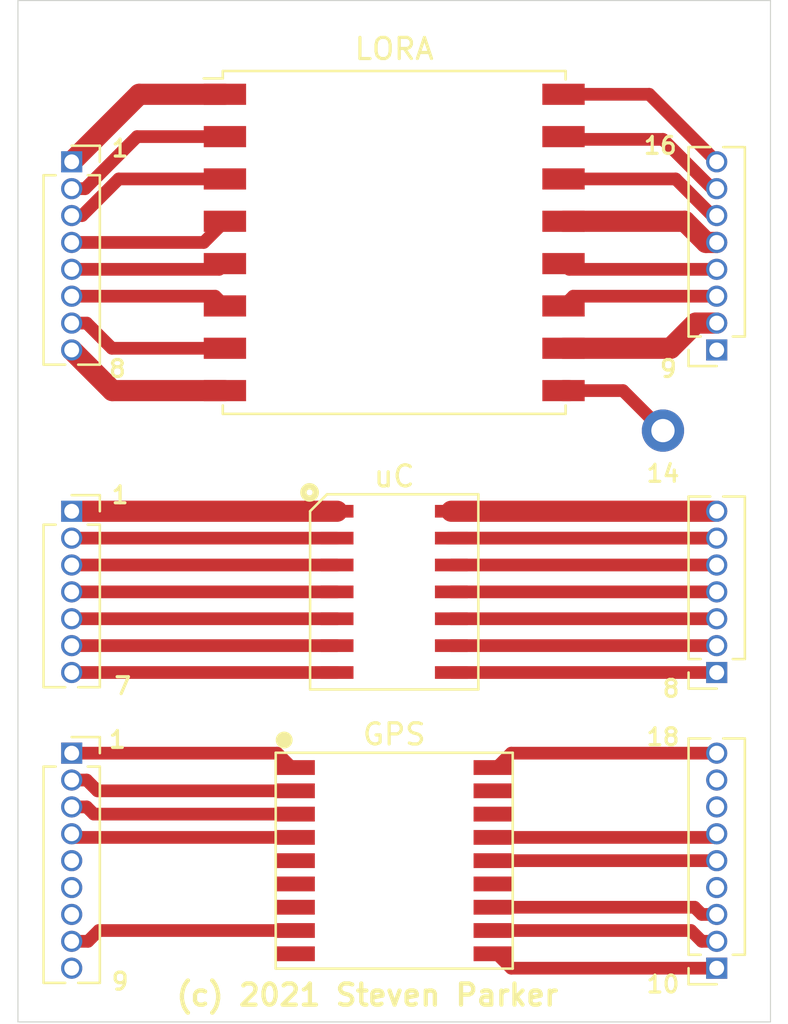
<source format=kicad_pcb>
(kicad_pcb (version 20171130) (host pcbnew "(5.1.10)-1")

  (general
    (thickness 1.6)
    (drawings 17)
    (tracks 83)
    (zones 0)
    (modules 9)
    (nets 56)
  )

  (page A4)
  (layers
    (0 F.Cu signal)
    (31 B.Cu signal)
    (33 F.Adhes user)
    (35 F.Paste user)
    (37 F.SilkS user)
    (38 B.Mask user)
    (39 F.Mask user)
    (40 Dwgs.User user)
    (41 Cmts.User user)
    (42 Eco1.User user)
    (43 Eco2.User user)
    (44 Edge.Cuts user)
    (45 Margin user)
    (46 B.CrtYd user)
    (47 F.CrtYd user)
    (49 F.Fab user hide)
  )

  (setup
    (last_trace_width 0.6)
    (user_trace_width 0.4)
    (user_trace_width 0.5)
    (user_trace_width 0.6)
    (user_trace_width 1)
    (trace_clearance 0.2)
    (zone_clearance 0.508)
    (zone_45_only no)
    (trace_min 0.6)
    (via_size 0.8)
    (via_drill 0.4)
    (via_min_size 0.3)
    (via_min_drill 0.3)
    (user_via 0.8 0.3)
    (uvia_size 0.3)
    (uvia_drill 0.1)
    (uvias_allowed no)
    (uvia_min_size 0.2)
    (uvia_min_drill 0.1)
    (edge_width 0.05)
    (segment_width 0.2)
    (pcb_text_width 0.3)
    (pcb_text_size 1.5 1.5)
    (mod_edge_width 0.12)
    (mod_text_size 1 1)
    (mod_text_width 0.15)
    (pad_size 2 1)
    (pad_drill 0)
    (pad_to_mask_clearance 0)
    (aux_axis_origin 0 0)
    (visible_elements FFFFF77F)
    (pcbplotparams
      (layerselection 0x010e8_ffffffff)
      (usegerberextensions false)
      (usegerberattributes true)
      (usegerberadvancedattributes true)
      (creategerberjobfile true)
      (excludeedgelayer true)
      (linewidth 0.100000)
      (plotframeref false)
      (viasonmask false)
      (mode 1)
      (useauxorigin false)
      (hpglpennumber 1)
      (hpglpenspeed 20)
      (hpglpendiameter 15.000000)
      (psnegative false)
      (psa4output false)
      (plotreference true)
      (plotvalue true)
      (plotinvisibletext false)
      (padsonsilk false)
      (subtractmaskfromsilk false)
      (outputformat 1)
      (mirror false)
      (drillshape 0)
      (scaleselection 1)
      (outputdirectory ""))
  )

  (net 0 "")
  (net 1 LORA_GND_2)
  (net 2 LORA_DIO5)
  (net 3 LORA_RESET)
  (net 4 LORA_NSS)
  (net 5 LORA_SCK)
  (net 6 LORA_MOSI)
  (net 7 LORA_MISO)
  (net 8 LORA_GND_1)
  (net 9 LORA_DIO2)
  (net 10 LORA_DIO1)
  (net 11 LORA_DIO0)
  (net 12 LORA_3.3V)
  (net 13 LORA_DIO4)
  (net 14 LORA_DIO3)
  (net 15 LORA_GND_3)
  (net 16 LORA_ANT)
  (net 17 PIC_RC3)
  (net 18 PIC_RC4)
  (net 19 PIC_RC5)
  (net 20 PIC_RA3)
  (net 21 PIC_RA4)
  (net 22 PIC_RA5)
  (net 23 PIC_VDD)
  (net 24 PIC_VSS)
  (net 25 PIC_RA0)
  (net 26 PIC_RA1)
  (net 27 PIC_RA2)
  (net 28 PIC_RC0)
  (net 29 PIC_RC1)
  (net 30 PIC_RC2)
  (net 31 "Net-(J5-Pad9)")
  (net 32 YIC_VCC_3.3V)
  (net 33 "Net-(J5-Pad7)")
  (net 34 "Net-(J5-Pad6)")
  (net 35 "Net-(J5-Pad5)")
  (net 36 YIC_PPS)
  (net 37 YIC_RXD)
  (net 38 YIC_TXD)
  (net 39 YIC_GND_1)
  (net 40 YIC_GND_5)
  (net 41 "Net-(J6-Pad8)")
  (net 42 "Net-(J6-Pad7)")
  (net 43 YIC_GND_4)
  (net 44 YIC_VCC_RF)
  (net 45 "Net-(J6-Pad4)")
  (net 46 YIC_GND_3)
  (net 47 YIC_RF_IN)
  (net 48 YIC_GND_2)
  (net 49 "Net-(U3-Pad13)")
  (net 50 "Net-(U3-Pad16)")
  (net 51 "Net-(U3-Pad17)")
  (net 52 "Net-(U3-Pad9)")
  (net 53 "Net-(U3-Pad7)")
  (net 54 "Net-(U3-Pad6)")
  (net 55 "Net-(U3-Pad5)")

  (net_class Default "This is the default net class."
    (clearance 0.2)
    (trace_width 0.6)
    (via_dia 0.8)
    (via_drill 0.4)
    (uvia_dia 0.3)
    (uvia_drill 0.1)
    (diff_pair_width 0.3)
    (diff_pair_gap 0.25)
    (add_net LORA_3.3V)
    (add_net LORA_ANT)
    (add_net LORA_DIO0)
    (add_net LORA_DIO1)
    (add_net LORA_DIO2)
    (add_net LORA_DIO3)
    (add_net LORA_DIO4)
    (add_net LORA_DIO5)
    (add_net LORA_GND_1)
    (add_net LORA_GND_2)
    (add_net LORA_GND_3)
    (add_net LORA_MISO)
    (add_net LORA_MOSI)
    (add_net LORA_NSS)
    (add_net LORA_RESET)
    (add_net LORA_SCK)
    (add_net "Net-(J5-Pad5)")
    (add_net "Net-(J5-Pad6)")
    (add_net "Net-(J5-Pad7)")
    (add_net "Net-(J5-Pad9)")
    (add_net "Net-(J6-Pad4)")
    (add_net "Net-(J6-Pad7)")
    (add_net "Net-(J6-Pad8)")
    (add_net "Net-(U3-Pad13)")
    (add_net "Net-(U3-Pad16)")
    (add_net "Net-(U3-Pad17)")
    (add_net "Net-(U3-Pad5)")
    (add_net "Net-(U3-Pad6)")
    (add_net "Net-(U3-Pad7)")
    (add_net "Net-(U3-Pad9)")
    (add_net PIC_RA0)
    (add_net PIC_RA1)
    (add_net PIC_RA2)
    (add_net PIC_RA3)
    (add_net PIC_RA4)
    (add_net PIC_RA5)
    (add_net PIC_RC0)
    (add_net PIC_RC1)
    (add_net PIC_RC2)
    (add_net PIC_RC3)
    (add_net PIC_RC4)
    (add_net PIC_RC5)
    (add_net PIC_VDD)
    (add_net PIC_VSS)
    (add_net YIC_GND_1)
    (add_net YIC_GND_2)
    (add_net YIC_GND_3)
    (add_net YIC_GND_4)
    (add_net YIC_GND_5)
    (add_net YIC_PPS)
    (add_net YIC_RF_IN)
    (add_net YIC_RXD)
    (add_net YIC_TXD)
    (add_net YIC_VCC_3.3V)
    (add_net YIC_VCC_RF)
  )

  (module ats-remote:YIC71009EBGG-19STAMP (layer F.Cu) (tedit 61C44E5D) (tstamp 61C494AA)
    (at 157.48 115.57 270)
    (path /61C5EB6A)
    (fp_text reference GPS (at -5.969 0) (layer F.SilkS)
      (effects (font (size 1 1) (thickness 0.15)))
    )
    (fp_text value YIC71009EBGG (at 6.096 -0.127) (layer F.Fab)
      (effects (font (size 1 1) (thickness 0.15)))
    )
    (fp_arc (start -5 0) (end -5 0.6) (angle -180) (layer F.Fab) (width 0.12))
    (fp_line (start -5.05 -4.85) (end 5.05 -4.85) (layer F.Fab) (width 0.12))
    (fp_line (start -5.05 4.85) (end 5.05 4.85) (layer F.Fab) (width 0.12))
    (fp_line (start -5.05 -4.85) (end -5.05 4.85) (layer F.Fab) (width 0.12))
    (fp_line (start 5.05 -4.85) (end 5.05 4.85) (layer F.Fab) (width 0.12))
    (fp_line (start 5.1 -5.6) (end -5.1 -5.6) (layer F.SilkS) (width 0.12))
    (fp_line (start -5.1 -5.6) (end -5.1 4.9) (layer F.SilkS) (width 0.12))
    (fp_line (start -4.8 5.6) (end 5.1 5.6) (layer F.SilkS) (width 0.12))
    (fp_line (start 5.1 5.6) (end 5.1 -5.6) (layer F.SilkS) (width 0.12))
    (fp_line (start -5.1 4.9) (end -5.1 5.6) (layer F.SilkS) (width 0.12))
    (fp_line (start -5.1 5.6) (end -4.8 5.6) (layer F.SilkS) (width 0.12))
    (fp_circle (center -5.7 5.2) (end -5.5 5.2) (layer F.SilkS) (width 0.4))
    (pad 10 smd rect (at 4.4 -4.85 270) (size 0.7 1.8) (drill (offset 0 0.2)) (layers F.Cu F.Paste F.Mask)
      (net 48 YIC_GND_2))
    (pad 11 smd rect (at 3.3 -4.85 270) (size 0.7 1.8) (drill (offset 0 0.2)) (layers F.Cu F.Paste F.Mask)
      (net 47 YIC_RF_IN))
    (pad 12 smd rect (at 2.2 -4.85 270) (size 0.7 1.8) (drill (offset 0 0.2)) (layers F.Cu F.Paste F.Mask)
      (net 46 YIC_GND_3))
    (pad 13 smd rect (at 1.1 -4.85 270) (size 0.7 1.8) (drill (offset 0 0.2)) (layers F.Cu F.Paste F.Mask)
      (net 49 "Net-(U3-Pad13)"))
    (pad 14 smd rect (at 0 -4.85 270) (size 0.7 1.8) (drill (offset 0 0.2)) (layers F.Cu F.Paste F.Mask)
      (net 44 YIC_VCC_RF))
    (pad 15 smd rect (at -1.1 -4.85 270) (size 0.7 1.8) (drill (offset 0 0.2)) (layers F.Cu F.Paste F.Mask)
      (net 43 YIC_GND_4))
    (pad 16 smd rect (at -2.2 -4.85 270) (size 0.7 1.8) (drill (offset 0 0.2)) (layers F.Cu F.Paste F.Mask)
      (net 50 "Net-(U3-Pad16)"))
    (pad 17 smd rect (at -3.3 -4.85 270) (size 0.7 1.8) (drill (offset 0 0.2)) (layers F.Cu F.Paste F.Mask)
      (net 51 "Net-(U3-Pad17)"))
    (pad 18 smd rect (at -4.4 -4.85 270) (size 0.7 1.8) (drill (offset 0 0.2)) (layers F.Cu F.Paste F.Mask)
      (net 40 YIC_GND_5))
    (pad 9 smd rect (at 4.4 4.85 270) (size 0.7 1.8) (drill (offset 0 -0.2)) (layers F.Cu F.Paste F.Mask)
      (net 52 "Net-(U3-Pad9)"))
    (pad 8 smd rect (at 3.3 4.85 270) (size 0.7 1.8) (drill (offset 0 -0.2)) (layers F.Cu F.Paste F.Mask)
      (net 32 YIC_VCC_3.3V))
    (pad 7 smd rect (at 2.2 4.85 270) (size 0.7 1.8) (drill (offset 0 -0.2)) (layers F.Cu F.Paste F.Mask)
      (net 53 "Net-(U3-Pad7)"))
    (pad 6 smd rect (at 1.1 4.85 270) (size 0.7 1.8) (drill (offset 0 -0.2)) (layers F.Cu F.Paste F.Mask)
      (net 54 "Net-(U3-Pad6)"))
    (pad 5 smd rect (at 0 4.85 270) (size 0.7 1.8) (drill (offset 0 -0.2)) (layers F.Cu F.Paste F.Mask)
      (net 55 "Net-(U3-Pad5)"))
    (pad 4 smd rect (at -1.1 4.85 270) (size 0.7 1.8) (drill (offset 0 -0.2)) (layers F.Cu F.Paste F.Mask)
      (net 36 YIC_PPS))
    (pad 3 smd rect (at -2.2 4.85 270) (size 0.7 1.8) (drill (offset 0 -0.2)) (layers F.Cu F.Paste F.Mask)
      (net 37 YIC_RXD))
    (pad 2 smd rect (at -3.3 4.85 270) (size 0.7 1.8) (drill (offset 0 -0.2)) (layers F.Cu F.Paste F.Mask)
      (net 38 YIC_TXD))
    (pad 1 smd rect (at -4.4 4.85 270) (size 0.7 1.8) (drill (offset 0 -0.2)) (layers F.Cu F.Paste F.Mask)
      (net 39 YIC_GND_1))
  )

  (module ats-remote:PIC18F06Q40-SOIC14 (layer F.Cu) (tedit 61C43017) (tstamp 61C49488)
    (at 157.48 102.87 270)
    (path /61C47B82)
    (attr smd)
    (fp_text reference uC (at -5.461 0) (layer F.SilkS)
      (effects (font (size 1 1) (thickness 0.15)))
    )
    (fp_text value PIC18F06Q40 (at 5.334 0 180) (layer F.Fab)
      (effects (font (size 1 1) (thickness 0.15)))
    )
    (fp_line (start -4.36 3.73) (end -4.36 -3.73) (layer F.CrtYd) (width 0.05))
    (fp_line (start 4.36 3.73) (end -4.36 3.73) (layer F.CrtYd) (width 0.05))
    (fp_line (start 4.36 -3.73) (end 4.36 3.73) (layer F.CrtYd) (width 0.05))
    (fp_line (start -4.36 -3.73) (end 4.36 -3.73) (layer F.CrtYd) (width 0.05))
    (fp_line (start 4.61 3.975) (end -3.81 3.975) (layer F.SilkS) (width 0.12))
    (fp_line (start 4.61 -3.975) (end 4.61 3.975) (layer F.SilkS) (width 0.12))
    (fp_line (start -4.61 -3.975) (end 4.61 -3.975) (layer F.SilkS) (width 0.12))
    (fp_line (start -4.61 3.175) (end -4.61 -3.975) (layer F.SilkS) (width 0.12))
    (fp_line (start -3.81 3.975) (end -4.61 3.175) (layer F.SilkS) (width 0.12))
    (fp_circle (center -4.7 4) (end -4.558579 4) (layer F.SilkS) (width 0.3))
    (pad 7 smd rect (at 3.81 2.7 270) (size 0.6 1.55) (layers F.Cu F.Paste F.Mask)
      (net 17 PIC_RC3))
    (pad 8 smd rect (at 3.81 -2.7 270) (size 0.6 1.55) (layers F.Cu F.Paste F.Mask)
      (net 30 PIC_RC2))
    (pad 6 smd rect (at 2.54 2.7 270) (size 0.6 1.55) (layers F.Cu F.Paste F.Mask)
      (net 18 PIC_RC4))
    (pad 9 smd rect (at 2.54 -2.7 270) (size 0.6 1.55) (layers F.Cu F.Paste F.Mask)
      (net 29 PIC_RC1))
    (pad 5 smd rect (at 1.27 2.7 270) (size 0.6 1.55) (layers F.Cu F.Paste F.Mask)
      (net 19 PIC_RC5))
    (pad 10 smd rect (at 1.27 -2.7 270) (size 0.6 1.55) (layers F.Cu F.Paste F.Mask)
      (net 28 PIC_RC0))
    (pad 4 smd rect (at 0 2.7 270) (size 0.6 1.55) (layers F.Cu F.Paste F.Mask)
      (net 20 PIC_RA3))
    (pad 11 smd rect (at 0 -2.7 270) (size 0.6 1.55) (layers F.Cu F.Paste F.Mask)
      (net 27 PIC_RA2))
    (pad 3 smd rect (at -1.27 2.7 270) (size 0.6 1.55) (layers F.Cu F.Paste F.Mask)
      (net 21 PIC_RA4))
    (pad 12 smd rect (at -1.27 -2.7 270) (size 0.6 1.55) (layers F.Cu F.Paste F.Mask)
      (net 26 PIC_RA1))
    (pad 2 smd rect (at -2.54 2.7 270) (size 0.6 1.55) (layers F.Cu F.Paste F.Mask)
      (net 22 PIC_RA5))
    (pad 13 smd rect (at -2.54 -2.7 270) (size 0.6 1.55) (layers F.Cu F.Paste F.Mask)
      (net 25 PIC_RA0))
    (pad 1 smd rect (at -3.81 2.7 270) (size 0.6 1.55) (layers F.Cu F.Paste F.Mask)
      (net 23 PIC_VDD))
    (pad 14 smd rect (at -3.81 -2.7 270) (size 0.6 1.55) (layers F.Cu F.Paste F.Mask)
      (net 24 PIC_VSS))
  )

  (module RF_Module:HOPERF_RFM9XW_SMD (layer F.Cu) (tedit 61C4A76B) (tstamp 61C4946C)
    (at 157.48 86.36)
    (descr "Low Power Long Range Transceiver Module SMD-16 (https://www.hoperf.com/data/upload/portal/20181127/5bfcbea20e9ef.pdf)")
    (tags "LoRa Low Power Long Range Transceiver Module")
    (path /61C41519)
    (attr smd)
    (fp_text reference LORA (at 0 -9.144) (layer F.SilkS)
      (effects (font (size 1 1) (thickness 0.15)))
    )
    (fp_text value RFM95W-915S2 (at 0 6.35) (layer F.Fab)
      (effects (font (size 1 1) (thickness 0.15)))
    )
    (fp_text user %R (at 0 0) (layer F.Fab)
      (effects (font (size 1 1) (thickness 0.15)))
    )
    (fp_line (start -7 -8) (end 8 -8) (layer F.Fab) (width 0.1))
    (fp_line (start 8 8) (end 8 -8) (layer F.Fab) (width 0.1))
    (fp_line (start -8 8) (end 8 8) (layer F.Fab) (width 0.1))
    (fp_line (start -8 8) (end -8 -7) (layer F.Fab) (width 0.1))
    (fp_line (start -9.25 -8.25) (end 9.25 -8.25) (layer F.CrtYd) (width 0.05))
    (fp_line (start 9.25 -8.25) (end 9.25 8.25) (layer F.CrtYd) (width 0.05))
    (fp_line (start -9.25 8.25) (end 9.25 8.25) (layer F.CrtYd) (width 0.05))
    (fp_line (start -9.25 8.25) (end -9.25 -8.25) (layer F.CrtYd) (width 0.05))
    (fp_line (start -8.1 -8.1) (end 8.1 -8.1) (layer F.SilkS) (width 0.12))
    (fp_line (start 8.1 -8.1) (end 8.1 -7.7) (layer F.SilkS) (width 0.12))
    (fp_line (start -8.1 7.7) (end -8.1 8.1) (layer F.SilkS) (width 0.12))
    (fp_line (start -8.1 8.1) (end 8.1 8.1) (layer F.SilkS) (width 0.12))
    (fp_line (start 8.1 8.1) (end 8.1 7.7) (layer F.SilkS) (width 0.12))
    (fp_line (start -8.1 -8.1) (end -8.1 -7.75) (layer F.SilkS) (width 0.12))
    (fp_line (start -8.1 -7.75) (end -9 -7.75) (layer F.SilkS) (width 0.12))
    (fp_line (start -7 -8) (end -8 -7) (layer F.Fab) (width 0.1))
    (pad 16 smd rect (at 8 -7) (size 2 1) (layers F.Cu F.Paste F.Mask)
      (net 9 LORA_DIO2))
    (pad 15 smd rect (at 8 -5) (size 2 1) (layers F.Cu F.Paste F.Mask)
      (net 10 LORA_DIO1))
    (pad 14 smd rect (at 8 -3) (size 2 1) (layers F.Cu F.Paste F.Mask)
      (net 11 LORA_DIO0))
    (pad 13 smd rect (at 8 -1) (size 2 1) (layers F.Cu F.Paste F.Mask)
      (net 12 LORA_3.3V))
    (pad 12 smd rect (at 8 1) (size 2 1) (layers F.Cu F.Paste F.Mask)
      (net 13 LORA_DIO4))
    (pad 11 smd rect (at 8 3) (size 2 1) (layers F.Cu F.Paste F.Mask)
      (net 14 LORA_DIO3))
    (pad 10 smd rect (at 8 5) (size 2 1) (layers F.Cu F.Paste F.Mask)
      (net 15 LORA_GND_3))
    (pad 9 smd rect (at 8 7) (size 2 1) (layers F.Cu F.Paste F.Mask)
      (net 16 LORA_ANT))
    (pad 8 smd rect (at -8 7) (size 2 1) (layers F.Cu F.Paste F.Mask)
      (net 1 LORA_GND_2))
    (pad 7 smd rect (at -8 5) (size 2 1) (layers F.Cu F.Paste F.Mask)
      (net 2 LORA_DIO5))
    (pad 6 smd rect (at -8 3) (size 2 1) (layers F.Cu F.Paste F.Mask)
      (net 3 LORA_RESET))
    (pad 5 smd rect (at -8 1) (size 2 1) (layers F.Cu F.Paste F.Mask)
      (net 4 LORA_NSS))
    (pad 4 smd rect (at -8 -1) (size 2 1) (layers F.Cu F.Paste F.Mask)
      (net 5 LORA_SCK))
    (pad 3 smd rect (at -8 -3) (size 2 1) (layers F.Cu F.Paste F.Mask)
      (net 6 LORA_MOSI))
    (pad 2 smd rect (at -8 -5) (size 2 1) (layers F.Cu F.Paste F.Mask)
      (net 7 LORA_MISO))
    (pad 1 smd rect (at -8 -7) (size 2 1) (layers F.Cu F.Paste F.Mask)
      (net 8 LORA_GND_1))
    (model ${KISYS3DMOD}/RF_Module.3dshapes/HOPERF_RFM9XW_SMD.wrl
      (at (xyz 0 0 0))
      (scale (xyz 1 1 1))
      (rotate (xyz 0 0 0))
    )
  )

  (module Connector_PinSocket_1.27mm:PinSocket_1x09_P1.27mm_Vertical (layer F.Cu) (tedit 5A19A426) (tstamp 61C4BA3F)
    (at 172.72 120.65 180)
    (descr "Through hole straight socket strip, 1x09, 1.27mm pitch, single row (from Kicad 4.0.7), script generated")
    (tags "Through hole socket strip THT 1x09 1.27mm single row")
    (path /61C80E8C)
    (fp_text reference J6 (at 2.667 -0.381 270) (layer F.Fab)
      (effects (font (size 1 1) (thickness 0.15)))
    )
    (fp_text value U3_2 (at 2.54 9.144 270) (layer F.Fab)
      (effects (font (size 1 1) (thickness 0.15)))
    )
    (fp_text user %R (at 2.667 1.524 90) (layer F.Fab)
      (effects (font (size 1 1) (thickness 0.15)))
    )
    (fp_line (start -1.27 -0.635) (end 0.635 -0.635) (layer F.Fab) (width 0.1))
    (fp_line (start 0.635 -0.635) (end 1.27 0) (layer F.Fab) (width 0.1))
    (fp_line (start 1.27 0) (end 1.27 10.795) (layer F.Fab) (width 0.1))
    (fp_line (start 1.27 10.795) (end -1.27 10.795) (layer F.Fab) (width 0.1))
    (fp_line (start -1.27 10.795) (end -1.27 -0.635) (layer F.Fab) (width 0.1))
    (fp_line (start -1.33 0.635) (end -0.76 0.635) (layer F.SilkS) (width 0.12))
    (fp_line (start 0.76 0.635) (end 1.33 0.635) (layer F.SilkS) (width 0.12))
    (fp_line (start -1.33 0.635) (end -1.33 10.855) (layer F.SilkS) (width 0.12))
    (fp_line (start -1.33 10.855) (end -0.30753 10.855) (layer F.SilkS) (width 0.12))
    (fp_line (start 0.30753 10.855) (end 1.33 10.855) (layer F.SilkS) (width 0.12))
    (fp_line (start 1.33 0.635) (end 1.33 10.855) (layer F.SilkS) (width 0.12))
    (fp_line (start 1.33 -0.76) (end 1.33 0) (layer F.SilkS) (width 0.12))
    (fp_line (start 0 -0.76) (end 1.33 -0.76) (layer F.SilkS) (width 0.12))
    (fp_line (start -1.8 -1.15) (end 1.75 -1.15) (layer F.CrtYd) (width 0.05))
    (fp_line (start 1.75 -1.15) (end 1.75 11.3) (layer F.CrtYd) (width 0.05))
    (fp_line (start 1.75 11.3) (end -1.8 11.3) (layer F.CrtYd) (width 0.05))
    (fp_line (start -1.8 11.3) (end -1.8 -1.15) (layer F.CrtYd) (width 0.05))
    (pad 9 thru_hole oval (at 0 10.16 180) (size 1 1) (drill 0.7) (layers *.Cu *.Mask)
      (net 40 YIC_GND_5))
    (pad 8 thru_hole oval (at 0 8.89 180) (size 1 1) (drill 0.7) (layers *.Cu *.Mask)
      (net 41 "Net-(J6-Pad8)"))
    (pad 7 thru_hole oval (at 0 7.62 180) (size 1 1) (drill 0.7) (layers *.Cu *.Mask)
      (net 42 "Net-(J6-Pad7)"))
    (pad 6 thru_hole oval (at 0 6.35 180) (size 1 1) (drill 0.7) (layers *.Cu *.Mask)
      (net 43 YIC_GND_4))
    (pad 5 thru_hole oval (at 0 5.08 180) (size 1 1) (drill 0.7) (layers *.Cu *.Mask)
      (net 44 YIC_VCC_RF))
    (pad 4 thru_hole oval (at 0 3.81 180) (size 1 1) (drill 0.7) (layers *.Cu *.Mask)
      (net 45 "Net-(J6-Pad4)"))
    (pad 3 thru_hole oval (at 0 2.54 180) (size 1 1) (drill 0.7) (layers *.Cu *.Mask)
      (net 46 YIC_GND_3))
    (pad 2 thru_hole oval (at 0 1.27 180) (size 1 1) (drill 0.7) (layers *.Cu *.Mask)
      (net 47 YIC_RF_IN))
    (pad 1 thru_hole rect (at 0 0 180) (size 1 1) (drill 0.7) (layers *.Cu *.Mask)
      (net 48 YIC_GND_2))
    (model ${KISYS3DMOD}/Connector_PinSocket_1.27mm.3dshapes/PinSocket_1x09_P1.27mm_Vertical.wrl
      (at (xyz 0 0 0))
      (scale (xyz 1 1 1))
      (rotate (xyz 0 0 0))
    )
  )

  (module Connector_PinSocket_1.27mm:PinSocket_1x09_P1.27mm_Vertical (layer F.Cu) (tedit 5A19A426) (tstamp 61C49E70)
    (at 142.24 110.49)
    (descr "Through hole straight socket strip, 1x09, 1.27mm pitch, single row (from Kicad 4.0.7), script generated")
    (tags "Through hole socket strip THT 1x09 1.27mm single row")
    (path /61C7F387)
    (fp_text reference J5 (at 2.54 10.16 270) (layer F.Fab)
      (effects (font (size 1 1) (thickness 0.15)))
    )
    (fp_text value U3_1 (at 2.54 0.508 270) (layer F.Fab)
      (effects (font (size 1 1) (thickness 0.15)))
    )
    (fp_text user %R (at 0 5.08 90) (layer F.Fab)
      (effects (font (size 1 1) (thickness 0.15)))
    )
    (fp_line (start -1.27 -0.635) (end 0.635 -0.635) (layer F.Fab) (width 0.1))
    (fp_line (start 0.635 -0.635) (end 1.27 0) (layer F.Fab) (width 0.1))
    (fp_line (start 1.27 0) (end 1.27 10.795) (layer F.Fab) (width 0.1))
    (fp_line (start 1.27 10.795) (end -1.27 10.795) (layer F.Fab) (width 0.1))
    (fp_line (start -1.27 10.795) (end -1.27 -0.635) (layer F.Fab) (width 0.1))
    (fp_line (start -1.33 0.635) (end -0.76 0.635) (layer F.SilkS) (width 0.12))
    (fp_line (start 0.76 0.635) (end 1.33 0.635) (layer F.SilkS) (width 0.12))
    (fp_line (start -1.33 0.635) (end -1.33 10.855) (layer F.SilkS) (width 0.12))
    (fp_line (start -1.33 10.855) (end -0.30753 10.855) (layer F.SilkS) (width 0.12))
    (fp_line (start 0.30753 10.855) (end 1.33 10.855) (layer F.SilkS) (width 0.12))
    (fp_line (start 1.33 0.635) (end 1.33 10.855) (layer F.SilkS) (width 0.12))
    (fp_line (start 1.33 -0.76) (end 1.33 0) (layer F.SilkS) (width 0.12))
    (fp_line (start 0 -0.76) (end 1.33 -0.76) (layer F.SilkS) (width 0.12))
    (fp_line (start -1.8 -1.15) (end 1.75 -1.15) (layer F.CrtYd) (width 0.05))
    (fp_line (start 1.75 -1.15) (end 1.75 11.3) (layer F.CrtYd) (width 0.05))
    (fp_line (start 1.75 11.3) (end -1.8 11.3) (layer F.CrtYd) (width 0.05))
    (fp_line (start -1.8 11.3) (end -1.8 -1.15) (layer F.CrtYd) (width 0.05))
    (pad 9 thru_hole oval (at 0 10.16) (size 1 1) (drill 0.7) (layers *.Cu *.Mask)
      (net 31 "Net-(J5-Pad9)"))
    (pad 8 thru_hole oval (at 0 8.89) (size 1 1) (drill 0.7) (layers *.Cu *.Mask)
      (net 32 YIC_VCC_3.3V))
    (pad 7 thru_hole oval (at 0 7.62) (size 1 1) (drill 0.7) (layers *.Cu *.Mask)
      (net 33 "Net-(J5-Pad7)"))
    (pad 6 thru_hole oval (at 0 6.35) (size 1 1) (drill 0.7) (layers *.Cu *.Mask)
      (net 34 "Net-(J5-Pad6)"))
    (pad 5 thru_hole oval (at 0 5.08) (size 1 1) (drill 0.7) (layers *.Cu *.Mask)
      (net 35 "Net-(J5-Pad5)"))
    (pad 4 thru_hole oval (at 0 3.81) (size 1 1) (drill 0.7) (layers *.Cu *.Mask)
      (net 36 YIC_PPS))
    (pad 3 thru_hole oval (at 0 2.54) (size 1 1) (drill 0.7) (layers *.Cu *.Mask)
      (net 37 YIC_RXD))
    (pad 2 thru_hole oval (at 0 1.27) (size 1 1) (drill 0.7) (layers *.Cu *.Mask)
      (net 38 YIC_TXD))
    (pad 1 thru_hole rect (at 0 0) (size 1 1) (drill 0.7) (layers *.Cu *.Mask)
      (net 39 YIC_GND_1))
    (model ${KISYS3DMOD}/Connector_PinSocket_1.27mm.3dshapes/PinSocket_1x09_P1.27mm_Vertical.wrl
      (at (xyz 0 0 0))
      (scale (xyz 1 1 1))
      (rotate (xyz 0 0 0))
    )
  )

  (module Connector_PinSocket_1.27mm:PinSocket_1x07_P1.27mm_Vertical (layer F.Cu) (tedit 5A19A420) (tstamp 61C49F5E)
    (at 172.72 106.68 180)
    (descr "Through hole straight socket strip, 1x07, 1.27mm pitch, single row (from Kicad 4.0.7), script generated")
    (tags "Through hole socket strip THT 1x07 1.27mm single row")
    (path /61C7D733)
    (fp_text reference J4 (at -2.54 0 270) (layer F.Fab)
      (effects (font (size 1 1) (thickness 0.15)))
    )
    (fp_text value U2_1 (at -2.54 7.112 270) (layer F.Fab)
      (effects (font (size 1 1) (thickness 0.15)))
    )
    (fp_text user %R (at -2.54 1.524 90) (layer F.Fab)
      (effects (font (size 1 1) (thickness 0.15)))
    )
    (fp_line (start -1.27 -0.635) (end 0.635 -0.635) (layer F.Fab) (width 0.1))
    (fp_line (start 0.635 -0.635) (end 1.27 0) (layer F.Fab) (width 0.1))
    (fp_line (start 1.27 0) (end 1.27 8.255) (layer F.Fab) (width 0.1))
    (fp_line (start 1.27 8.255) (end -1.27 8.255) (layer F.Fab) (width 0.1))
    (fp_line (start -1.27 8.255) (end -1.27 -0.635) (layer F.Fab) (width 0.1))
    (fp_line (start -1.33 0.635) (end -0.76 0.635) (layer F.SilkS) (width 0.12))
    (fp_line (start 0.76 0.635) (end 1.33 0.635) (layer F.SilkS) (width 0.12))
    (fp_line (start -1.33 0.635) (end -1.33 8.315) (layer F.SilkS) (width 0.12))
    (fp_line (start -1.33 8.315) (end -0.30753 8.315) (layer F.SilkS) (width 0.12))
    (fp_line (start 0.30753 8.315) (end 1.33 8.315) (layer F.SilkS) (width 0.12))
    (fp_line (start 1.33 0.635) (end 1.33 8.315) (layer F.SilkS) (width 0.12))
    (fp_line (start 1.33 -0.76) (end 1.33 0) (layer F.SilkS) (width 0.12))
    (fp_line (start 0 -0.76) (end 1.33 -0.76) (layer F.SilkS) (width 0.12))
    (fp_line (start -1.8 -1.15) (end 1.75 -1.15) (layer F.CrtYd) (width 0.05))
    (fp_line (start 1.75 -1.15) (end 1.75 8.75) (layer F.CrtYd) (width 0.05))
    (fp_line (start 1.75 8.75) (end -1.8 8.75) (layer F.CrtYd) (width 0.05))
    (fp_line (start -1.8 8.75) (end -1.8 -1.15) (layer F.CrtYd) (width 0.05))
    (pad 7 thru_hole oval (at 0 7.62 180) (size 1 1) (drill 0.7) (layers *.Cu *.Mask)
      (net 24 PIC_VSS))
    (pad 6 thru_hole oval (at 0 6.35 180) (size 1 1) (drill 0.7) (layers *.Cu *.Mask)
      (net 25 PIC_RA0))
    (pad 5 thru_hole oval (at 0 5.08 180) (size 1 1) (drill 0.7) (layers *.Cu *.Mask)
      (net 26 PIC_RA1))
    (pad 4 thru_hole oval (at 0 3.81 180) (size 1 1) (drill 0.7) (layers *.Cu *.Mask)
      (net 27 PIC_RA2))
    (pad 3 thru_hole oval (at 0 2.54 180) (size 1 1) (drill 0.7) (layers *.Cu *.Mask)
      (net 28 PIC_RC0))
    (pad 2 thru_hole oval (at 0 1.27 180) (size 1 1) (drill 0.7) (layers *.Cu *.Mask)
      (net 29 PIC_RC1))
    (pad 1 thru_hole rect (at 0 0 180) (size 1 1) (drill 0.7) (layers *.Cu *.Mask)
      (net 30 PIC_RC2))
    (model ${KISYS3DMOD}/Connector_PinSocket_1.27mm.3dshapes/PinSocket_1x07_P1.27mm_Vertical.wrl
      (at (xyz 0 0 0))
      (scale (xyz 1 1 1))
      (rotate (xyz 0 0 0))
    )
  )

  (module Connector_PinSocket_1.27mm:PinSocket_1x07_P1.27mm_Vertical (layer F.Cu) (tedit 5A19A420) (tstamp 61C493EC)
    (at 142.24 99.06)
    (descr "Through hole straight socket strip, 1x07, 1.27mm pitch, single row (from Kicad 4.0.7), script generated")
    (tags "Through hole socket strip THT 1x07 1.27mm single row")
    (path /61C7C8BE)
    (fp_text reference J3 (at -2.54 7.874 270) (layer F.Fab)
      (effects (font (size 1 1) (thickness 0.15)))
    )
    (fp_text value U2_2 (at -2.54 -0.127 270) (layer F.Fab)
      (effects (font (size 1 1) (thickness 0.15)))
    )
    (fp_text user %R (at -2.54 6.096 90) (layer F.Fab)
      (effects (font (size 1 1) (thickness 0.15)))
    )
    (fp_line (start -1.27 -0.635) (end 0.635 -0.635) (layer F.Fab) (width 0.1))
    (fp_line (start 0.635 -0.635) (end 1.27 0) (layer F.Fab) (width 0.1))
    (fp_line (start 1.27 0) (end 1.27 8.255) (layer F.Fab) (width 0.1))
    (fp_line (start 1.27 8.255) (end -1.27 8.255) (layer F.Fab) (width 0.1))
    (fp_line (start -1.27 8.255) (end -1.27 -0.635) (layer F.Fab) (width 0.1))
    (fp_line (start -1.33 0.635) (end -0.76 0.635) (layer F.SilkS) (width 0.12))
    (fp_line (start 0.76 0.635) (end 1.33 0.635) (layer F.SilkS) (width 0.12))
    (fp_line (start -1.33 0.635) (end -1.33 8.315) (layer F.SilkS) (width 0.12))
    (fp_line (start -1.33 8.315) (end -0.30753 8.315) (layer F.SilkS) (width 0.12))
    (fp_line (start 0.30753 8.315) (end 1.33 8.315) (layer F.SilkS) (width 0.12))
    (fp_line (start 1.33 0.635) (end 1.33 8.315) (layer F.SilkS) (width 0.12))
    (fp_line (start 1.33 -0.76) (end 1.33 0) (layer F.SilkS) (width 0.12))
    (fp_line (start 0 -0.76) (end 1.33 -0.76) (layer F.SilkS) (width 0.12))
    (fp_line (start -1.8 -1.15) (end 1.75 -1.15) (layer F.CrtYd) (width 0.05))
    (fp_line (start 1.75 -1.15) (end 1.75 8.75) (layer F.CrtYd) (width 0.05))
    (fp_line (start 1.75 8.75) (end -1.8 8.75) (layer F.CrtYd) (width 0.05))
    (fp_line (start -1.8 8.75) (end -1.8 -1.15) (layer F.CrtYd) (width 0.05))
    (pad 7 thru_hole oval (at 0 7.62) (size 1 1) (drill 0.7) (layers *.Cu *.Mask)
      (net 17 PIC_RC3))
    (pad 6 thru_hole oval (at 0 6.35) (size 1 1) (drill 0.7) (layers *.Cu *.Mask)
      (net 18 PIC_RC4))
    (pad 5 thru_hole oval (at 0 5.08) (size 1 1) (drill 0.7) (layers *.Cu *.Mask)
      (net 19 PIC_RC5))
    (pad 4 thru_hole oval (at 0 3.81) (size 1 1) (drill 0.7) (layers *.Cu *.Mask)
      (net 20 PIC_RA3))
    (pad 3 thru_hole oval (at 0 2.54) (size 1 1) (drill 0.7) (layers *.Cu *.Mask)
      (net 21 PIC_RA4))
    (pad 2 thru_hole oval (at 0 1.27) (size 1 1) (drill 0.7) (layers *.Cu *.Mask)
      (net 22 PIC_RA5))
    (pad 1 thru_hole rect (at 0 0) (size 1 1) (drill 0.7) (layers *.Cu *.Mask)
      (net 23 PIC_VDD))
    (model ${KISYS3DMOD}/Connector_PinSocket_1.27mm.3dshapes/PinSocket_1x07_P1.27mm_Vertical.wrl
      (at (xyz 0 0 0))
      (scale (xyz 1 1 1))
      (rotate (xyz 0 0 0))
    )
  )

  (module Connector_PinSocket_1.27mm:PinSocket_1x08_P1.27mm_Vertical (layer F.Cu) (tedit 5A19A42F) (tstamp 61C49B13)
    (at 172.72 91.44 180)
    (descr "Through hole straight socket strip, 1x08, 1.27mm pitch, single row (from Kicad 4.0.7), script generated")
    (tags "Through hole socket strip THT 1x08 1.27mm single row")
    (path /61C7AD92)
    (fp_text reference J2 (at 1.016 -1.905 270) (layer F.Fab)
      (effects (font (size 1 1) (thickness 0.15)))
    )
    (fp_text value U1_2 (at 1.143 11.938 270) (layer F.Fab)
      (effects (font (size 1 1) (thickness 0.15)))
    )
    (fp_text user %R (at -0.508 -1.905 90) (layer F.Fab)
      (effects (font (size 1 1) (thickness 0.15)))
    )
    (fp_line (start -1.27 -0.635) (end 0.635 -0.635) (layer F.Fab) (width 0.1))
    (fp_line (start 0.635 -0.635) (end 1.27 0) (layer F.Fab) (width 0.1))
    (fp_line (start 1.27 0) (end 1.27 9.525) (layer F.Fab) (width 0.1))
    (fp_line (start 1.27 9.525) (end -1.27 9.525) (layer F.Fab) (width 0.1))
    (fp_line (start -1.27 9.525) (end -1.27 -0.635) (layer F.Fab) (width 0.1))
    (fp_line (start -1.33 0.635) (end -0.76 0.635) (layer F.SilkS) (width 0.12))
    (fp_line (start 0.76 0.635) (end 1.33 0.635) (layer F.SilkS) (width 0.12))
    (fp_line (start -1.33 0.635) (end -1.33 9.585) (layer F.SilkS) (width 0.12))
    (fp_line (start -1.33 9.585) (end -0.30753 9.585) (layer F.SilkS) (width 0.12))
    (fp_line (start 0.30753 9.585) (end 1.33 9.585) (layer F.SilkS) (width 0.12))
    (fp_line (start 1.33 0.635) (end 1.33 9.585) (layer F.SilkS) (width 0.12))
    (fp_line (start 1.33 -0.76) (end 1.33 0) (layer F.SilkS) (width 0.12))
    (fp_line (start 0 -0.76) (end 1.33 -0.76) (layer F.SilkS) (width 0.12))
    (fp_line (start -1.8 -1.15) (end 1.75 -1.15) (layer F.CrtYd) (width 0.05))
    (fp_line (start 1.75 -1.15) (end 1.75 10.05) (layer F.CrtYd) (width 0.05))
    (fp_line (start 1.75 10.05) (end -1.8 10.05) (layer F.CrtYd) (width 0.05))
    (fp_line (start -1.8 10.05) (end -1.8 -1.15) (layer F.CrtYd) (width 0.05))
    (pad 8 thru_hole oval (at 0 8.89 180) (size 1 1) (drill 0.7) (layers *.Cu *.Mask)
      (net 9 LORA_DIO2))
    (pad 7 thru_hole oval (at 0 7.62 180) (size 1 1) (drill 0.7) (layers *.Cu *.Mask)
      (net 10 LORA_DIO1))
    (pad 6 thru_hole oval (at 0 6.35 180) (size 1 1) (drill 0.7) (layers *.Cu *.Mask)
      (net 11 LORA_DIO0))
    (pad 5 thru_hole oval (at 0 5.08 180) (size 1 1) (drill 0.7) (layers *.Cu *.Mask)
      (net 12 LORA_3.3V))
    (pad 4 thru_hole oval (at 0 3.81 180) (size 1 1) (drill 0.7) (layers *.Cu *.Mask)
      (net 13 LORA_DIO4))
    (pad 3 thru_hole oval (at 0 2.54 180) (size 1 1) (drill 0.7) (layers *.Cu *.Mask)
      (net 14 LORA_DIO3))
    (pad 2 thru_hole oval (at 0 1.27 180) (size 1 1) (drill 0.7) (layers *.Cu *.Mask)
      (net 15 LORA_GND_3))
    (pad 1 thru_hole rect (at 0 0 180) (size 1 1) (drill 0.7) (layers *.Cu *.Mask)
      (net 16 LORA_ANT))
    (model ${KISYS3DMOD}/Connector_PinSocket_1.27mm.3dshapes/PinSocket_1x08_P1.27mm_Vertical.wrl
      (at (xyz 0 0 0))
      (scale (xyz 1 1 1))
      (rotate (xyz 0 0 0))
    )
  )

  (module Connector_PinSocket_1.27mm:PinSocket_1x08_P1.27mm_Vertical (layer F.Cu) (tedit 5A19A42F) (tstamp 61C4A3A0)
    (at 142.24 82.55)
    (descr "Through hole straight socket strip, 1x08, 1.27mm pitch, single row (from Kicad 4.0.7), script generated")
    (tags "Through hole socket strip THT 1x08 1.27mm single row")
    (path /61C76E43)
    (fp_text reference J1 (at 0 11.43 270) (layer F.Fab)
      (effects (font (size 1 1) (thickness 0.15)))
    )
    (fp_text value U1_1 (at 1.27 -2.54 270) (layer F.Fab)
      (effects (font (size 1 1) (thickness 0.15)))
    )
    (fp_text user %R (at 1.27 11.43 90) (layer F.Fab)
      (effects (font (size 1 1) (thickness 0.15)))
    )
    (fp_line (start -1.27 -0.635) (end 0.635 -0.635) (layer F.Fab) (width 0.1))
    (fp_line (start 0.635 -0.635) (end 1.27 0) (layer F.Fab) (width 0.1))
    (fp_line (start 1.27 0) (end 1.27 9.525) (layer F.Fab) (width 0.1))
    (fp_line (start 1.27 9.525) (end -1.27 9.525) (layer F.Fab) (width 0.1))
    (fp_line (start -1.27 9.525) (end -1.27 -0.635) (layer F.Fab) (width 0.1))
    (fp_line (start -1.33 0.635) (end -0.76 0.635) (layer F.SilkS) (width 0.12))
    (fp_line (start 0.76 0.635) (end 1.33 0.635) (layer F.SilkS) (width 0.12))
    (fp_line (start -1.33 0.635) (end -1.33 9.585) (layer F.SilkS) (width 0.12))
    (fp_line (start -1.33 9.585) (end -0.30753 9.585) (layer F.SilkS) (width 0.12))
    (fp_line (start 0.30753 9.585) (end 1.33 9.585) (layer F.SilkS) (width 0.12))
    (fp_line (start 1.33 0.635) (end 1.33 9.585) (layer F.SilkS) (width 0.12))
    (fp_line (start 1.33 -0.76) (end 1.33 0) (layer F.SilkS) (width 0.12))
    (fp_line (start 0 -0.76) (end 1.33 -0.76) (layer F.SilkS) (width 0.12))
    (fp_line (start -1.8 -1.15) (end 1.75 -1.15) (layer F.CrtYd) (width 0.05))
    (fp_line (start 1.75 -1.15) (end 1.75 10.05) (layer F.CrtYd) (width 0.05))
    (fp_line (start 1.75 10.05) (end -1.8 10.05) (layer F.CrtYd) (width 0.05))
    (fp_line (start -1.8 10.05) (end -1.8 -1.15) (layer F.CrtYd) (width 0.05))
    (pad 8 thru_hole oval (at 0 8.89) (size 1 1) (drill 0.7) (layers *.Cu *.Mask)
      (net 1 LORA_GND_2))
    (pad 7 thru_hole oval (at 0 7.62) (size 1 1) (drill 0.7) (layers *.Cu *.Mask)
      (net 2 LORA_DIO5))
    (pad 6 thru_hole oval (at 0 6.35) (size 1 1) (drill 0.7) (layers *.Cu *.Mask)
      (net 3 LORA_RESET))
    (pad 5 thru_hole oval (at 0 5.08) (size 1 1) (drill 0.7) (layers *.Cu *.Mask)
      (net 4 LORA_NSS))
    (pad 4 thru_hole oval (at 0 3.81) (size 1 1) (drill 0.7) (layers *.Cu *.Mask)
      (net 5 LORA_SCK))
    (pad 3 thru_hole oval (at 0 2.54) (size 1 1) (drill 0.7) (layers *.Cu *.Mask)
      (net 6 LORA_MOSI))
    (pad 2 thru_hole oval (at 0 1.27) (size 1 1) (drill 0.7) (layers *.Cu *.Mask)
      (net 7 LORA_MISO))
    (pad 1 thru_hole rect (at 0 0) (size 1 1) (drill 0.7) (layers *.Cu *.Mask)
      (net 8 LORA_GND_1))
    (model ${KISYS3DMOD}/Connector_PinSocket_1.27mm.3dshapes/PinSocket_1x08_P1.27mm_Vertical.wrl
      (at (xyz 0 0 0))
      (scale (xyz 1 1 1))
      (rotate (xyz 0 0 0))
    )
  )

  (gr_text "(c) 2021 Steven Parker" (at 156.21 121.92) (layer F.SilkS)
    (effects (font (size 1 1) (thickness 0.2)))
  )
  (gr_line (start 139.7 123.19) (end 175.26 123.19) (layer Edge.Cuts) (width 0.05) (tstamp 61C4C437))
  (gr_line (start 139.7 74.93) (end 139.7 123.19) (layer Edge.Cuts) (width 0.05))
  (gr_line (start 175.26 74.93) (end 139.7 74.93) (layer Edge.Cuts) (width 0.05))
  (gr_line (start 175.26 123.19) (end 175.26 74.93) (layer Edge.Cuts) (width 0.05))
  (gr_text "9\n\n" (at 144.526 121.92) (layer F.SilkS) (tstamp 61C4BB08)
    (effects (font (size 0.8 0.8) (thickness 0.15)))
  )
  (gr_text "10\n" (at 170.18 121.412) (layer F.SilkS) (tstamp 61C4BB01)
    (effects (font (size 0.8 0.8) (thickness 0.15)))
  )
  (gr_text "18\n" (at 170.18 109.728) (layer F.SilkS) (tstamp 61C4BAFB)
    (effects (font (size 0.8 0.8) (thickness 0.15)))
  )
  (gr_text 14 (at 170.18 97.282) (layer F.SilkS) (tstamp 61C4B9E1)
    (effects (font (size 0.8 0.8) (thickness 0.15)))
  )
  (gr_text "8\n" (at 170.561 107.442) (layer F.SilkS) (tstamp 61C4B9DF)
    (effects (font (size 0.8 0.8) (thickness 0.15)))
  )
  (gr_text "1\n" (at 144.399 109.855) (layer F.SilkS) (tstamp 61C4B9DB)
    (effects (font (size 0.8 0.8) (thickness 0.15)))
  )
  (gr_text "7\n" (at 144.653 107.315) (layer F.SilkS) (tstamp 61C4B9D8)
    (effects (font (size 0.8 0.8) (thickness 0.15)))
  )
  (gr_text 1 (at 144.526 98.298) (layer F.SilkS) (tstamp 61C4B9D6)
    (effects (font (size 0.8 0.8) (thickness 0.15)))
  )
  (gr_text "16\n" (at 170.053 81.788) (layer F.SilkS) (tstamp 61C4B9C8)
    (effects (font (size 0.8 0.8) (thickness 0.15)))
  )
  (gr_text "9\n" (at 170.434 92.329) (layer F.SilkS) (tstamp 61C4B9C5)
    (effects (font (size 0.8 0.8) (thickness 0.15)))
  )
  (gr_text "8\n" (at 144.399 92.329) (layer F.SilkS) (tstamp 61C4B81B)
    (effects (font (size 0.8 0.8) (thickness 0.15)))
  )
  (gr_text 1 (at 144.526 81.915) (layer F.SilkS)
    (effects (font (size 0.8 0.8) (thickness 0.15)))
  )

  (segment (start 144.16 93.36) (end 142.24 91.44) (width 1) (layer F.Cu) (net 1))
  (segment (start 149.48 93.36) (end 144.16 93.36) (width 1) (layer F.Cu) (net 1))
  (segment (start 144.137106 91.36) (end 149.48 91.36) (width 0.6) (layer F.Cu) (net 2))
  (segment (start 142.947106 90.17) (end 144.137106 91.36) (width 0.6) (layer F.Cu) (net 2))
  (segment (start 142.24 90.17) (end 142.947106 90.17) (width 0.6) (layer F.Cu) (net 2))
  (segment (start 149.02 88.9) (end 149.48 89.36) (width 0.6) (layer F.Cu) (net 3))
  (segment (start 142.24 88.9) (end 149.02 88.9) (width 0.6) (layer F.Cu) (net 3))
  (via (at 170.18 95.25) (size 2) (drill 1.1) (layers F.Cu B.Cu) (net 16))
  (segment (start 149.21 87.63) (end 149.48 87.36) (width 0.6) (layer F.Cu) (net 4))
  (segment (start 142.24 87.63) (end 149.21 87.63) (width 0.6) (layer F.Cu) (net 4))
  (segment (start 148.48 86.36) (end 149.48 85.36) (width 0.6) (layer F.Cu) (net 5))
  (segment (start 142.24 86.36) (end 148.48 86.36) (width 0.6) (layer F.Cu) (net 5))
  (segment (start 144.461386 83.36) (end 142.731386 85.09) (width 0.6) (layer F.Cu) (net 6))
  (segment (start 149.48 83.36) (end 144.461386 83.36) (width 0.6) (layer F.Cu) (net 6))
  (segment (start 142.731386 85.09) (end 142.24 85.09) (width 0.6) (layer F.Cu) (net 6))
  (segment (start 142.870002 83.82) (end 142.24 83.82) (width 0.6) (layer F.Cu) (net 7))
  (segment (start 145.330002 81.36) (end 142.870002 83.82) (width 0.6) (layer F.Cu) (net 7))
  (segment (start 149.48 81.36) (end 145.330002 81.36) (width 0.6) (layer F.Cu) (net 7))
  (segment (start 145.43 79.36) (end 142.24 82.55) (width 1) (layer F.Cu) (net 8))
  (segment (start 149.48 79.36) (end 145.43 79.36) (width 1) (layer F.Cu) (net 8))
  (segment (start 169.53 79.36) (end 172.72 82.55) (width 0.6) (layer F.Cu) (net 9))
  (segment (start 165.48 79.36) (end 169.53 79.36) (width 0.6) (layer F.Cu) (net 9))
  (segment (start 172.509998 83.82) (end 170.18 81.490002) (width 0.6) (layer F.Cu) (net 10))
  (segment (start 172.72 83.82) (end 172.509998 83.82) (width 0.6) (layer F.Cu) (net 10))
  (segment (start 165.610002 81.490002) (end 165.48 81.36) (width 0.6) (layer F.Cu) (net 10))
  (segment (start 170.18 81.490002) (end 165.610002 81.490002) (width 0.6) (layer F.Cu) (net 10))
  (segment (start 170.779998 83.36) (end 165.48 83.36) (width 0.6) (layer F.Cu) (net 11))
  (segment (start 172.509998 85.09) (end 170.779998 83.36) (width 0.6) (layer F.Cu) (net 11))
  (segment (start 172.72 85.09) (end 172.509998 85.09) (width 0.6) (layer F.Cu) (net 11))
  (segment (start 172.213998 86.36) (end 172.72 86.36) (width 1) (layer F.Cu) (net 12))
  (segment (start 171.213998 85.36) (end 172.213998 86.36) (width 1) (layer F.Cu) (net 12))
  (segment (start 165.48 85.36) (end 171.213998 85.36) (width 1) (layer F.Cu) (net 12))
  (segment (start 165.75 87.63) (end 165.48 87.36) (width 0.6) (layer F.Cu) (net 13))
  (segment (start 172.72 87.63) (end 165.75 87.63) (width 0.6) (layer F.Cu) (net 13))
  (segment (start 165.94 88.9) (end 165.48 89.36) (width 0.6) (layer F.Cu) (net 14))
  (segment (start 172.72 88.9) (end 165.94 88.9) (width 0.6) (layer F.Cu) (net 14))
  (segment (start 171.729998 90.17) (end 172.72 90.17) (width 1) (layer F.Cu) (net 15))
  (segment (start 170.539998 91.36) (end 171.729998 90.17) (width 1) (layer F.Cu) (net 15))
  (segment (start 165.48 91.36) (end 170.539998 91.36) (width 1) (layer F.Cu) (net 15))
  (segment (start 165.48 93.36) (end 165.75 93.36) (width 1) (layer F.Cu) (net 16))
  (segment (start 168.29 93.36) (end 170.18 95.25) (width 0.6) (layer F.Cu) (net 16))
  (segment (start 165.48 93.36) (end 168.29 93.36) (width 0.6) (layer F.Cu) (net 16))
  (segment (start 154.78 106.68) (end 142.24 106.68) (width 0.6) (layer F.Cu) (net 17))
  (segment (start 154.78 105.41) (end 142.24 105.41) (width 0.6) (layer F.Cu) (net 18))
  (segment (start 154.78 104.14) (end 142.24 104.14) (width 0.6) (layer F.Cu) (net 19))
  (segment (start 142.24 102.87) (end 154.78 102.87) (width 0.6) (layer F.Cu) (net 20))
  (segment (start 154.78 101.6) (end 142.24 101.6) (width 0.6) (layer F.Cu) (net 21))
  (segment (start 142.24 100.33) (end 154.78 100.33) (width 0.6) (layer F.Cu) (net 22))
  (segment (start 142.24 99.06) (end 154.78 99.06) (width 1) (layer F.Cu) (net 23))
  (segment (start 172.72 99.06) (end 160.18 99.06) (width 1) (layer F.Cu) (net 24))
  (segment (start 160.02 100.33) (end 172.72 100.33) (width 0.6) (layer F.Cu) (net 25))
  (segment (start 160.18 100.33) (end 172.72 100.33) (width 0.6) (layer F.Cu) (net 25))
  (segment (start 172.72 101.6) (end 160.18 101.6) (width 0.6) (layer F.Cu) (net 26))
  (segment (start 172.72 102.87) (end 160.18 102.87) (width 0.6) (layer F.Cu) (net 27))
  (segment (start 172.72 104.14) (end 160.18 104.14) (width 0.6) (layer F.Cu) (net 28))
  (segment (start 172.72 105.41) (end 160.18 105.41) (width 0.6) (layer F.Cu) (net 29))
  (segment (start 172.72 106.68) (end 160.18 106.68) (width 0.6) (layer F.Cu) (net 30))
  (segment (start 143.01 119.38) (end 142.24 119.38) (width 0.6) (layer F.Cu) (net 32))
  (segment (start 143.52 118.87) (end 143.01 119.38) (width 0.6) (layer F.Cu) (net 32))
  (segment (start 152.63 118.87) (end 143.52 118.87) (width 0.6) (layer F.Cu) (net 32))
  (segment (start 142.41 114.47) (end 142.24 114.3) (width 0.6) (layer F.Cu) (net 36))
  (segment (start 152.63 114.47) (end 142.41 114.47) (width 0.6) (layer F.Cu) (net 36))
  (segment (start 142.947106 113.03) (end 142.24 113.03) (width 0.6) (layer F.Cu) (net 37))
  (segment (start 143.287106 113.37) (end 142.947106 113.03) (width 0.6) (layer F.Cu) (net 37))
  (segment (start 152.63 113.37) (end 143.287106 113.37) (width 0.6) (layer F.Cu) (net 37))
  (segment (start 142.947106 111.76) (end 142.24 111.76) (width 0.6) (layer F.Cu) (net 38))
  (segment (start 143.457106 112.27) (end 142.947106 111.76) (width 0.6) (layer F.Cu) (net 38))
  (segment (start 152.63 112.27) (end 143.457106 112.27) (width 0.6) (layer F.Cu) (net 38))
  (segment (start 151.95 110.49) (end 142.24 110.49) (width 0.6) (layer F.Cu) (net 39))
  (segment (start 152.63 111.17) (end 151.95 110.49) (width 0.6) (layer F.Cu) (net 39))
  (segment (start 163.01 110.49) (end 172.72 110.49) (width 0.6) (layer F.Cu) (net 40))
  (segment (start 162.33 111.17) (end 163.01 110.49) (width 0.6) (layer F.Cu) (net 40))
  (segment (start 172.55 114.47) (end 172.72 114.3) (width 0.6) (layer F.Cu) (net 43))
  (segment (start 162.33 114.47) (end 172.55 114.47) (width 0.6) (layer F.Cu) (net 43))
  (segment (start 162.33 115.57) (end 172.72 115.57) (width 0.6) (layer F.Cu) (net 44))
  (segment (start 172.012894 118.11) (end 172.72 118.11) (width 0.6) (layer F.Cu) (net 46))
  (segment (start 171.672894 117.77) (end 172.012894 118.11) (width 0.6) (layer F.Cu) (net 46))
  (segment (start 162.33 117.77) (end 171.672894 117.77) (width 0.6) (layer F.Cu) (net 46))
  (segment (start 172.012894 119.38) (end 172.72 119.38) (width 0.6) (layer F.Cu) (net 47))
  (segment (start 171.502894 118.87) (end 172.012894 119.38) (width 0.6) (layer F.Cu) (net 47))
  (segment (start 162.33 118.87) (end 171.502894 118.87) (width 0.6) (layer F.Cu) (net 47))
  (segment (start 163.01 120.65) (end 172.72 120.65) (width 0.6) (layer F.Cu) (net 48))
  (segment (start 162.33 119.97) (end 163.01 120.65) (width 0.6) (layer F.Cu) (net 48))

)

</source>
